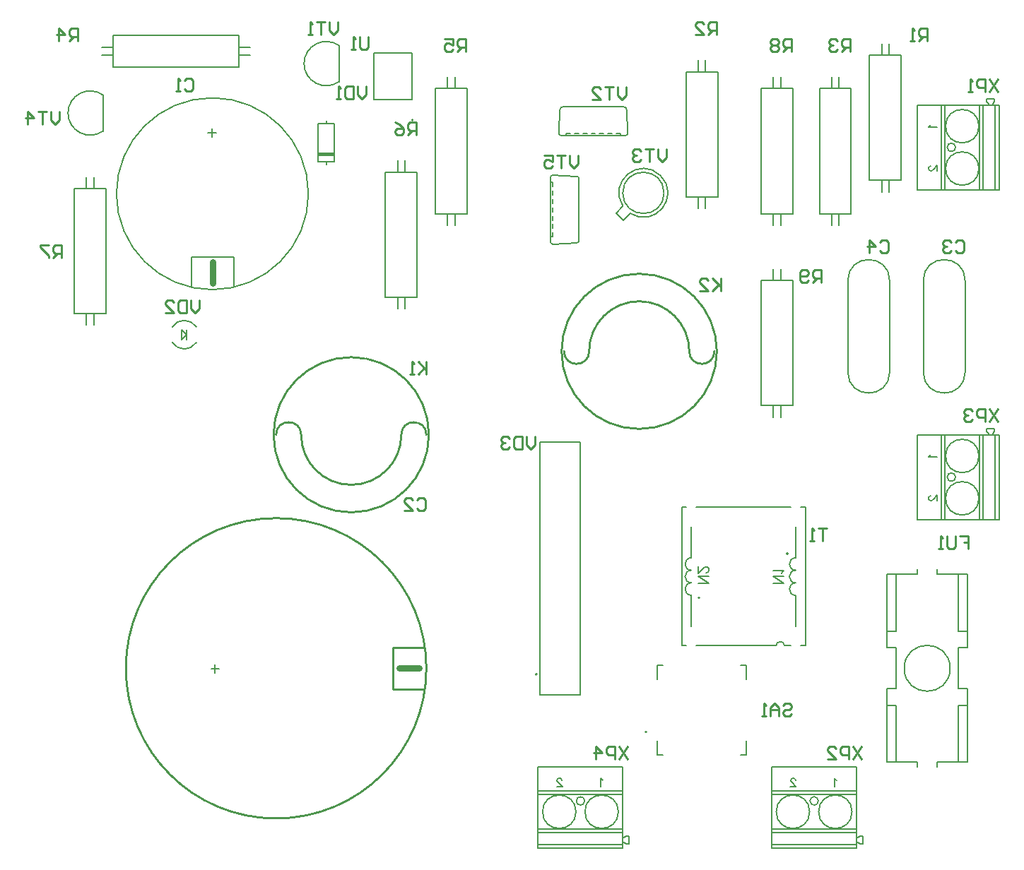
<source format=gto>
G04*
G04 #@! TF.GenerationSoftware,Altium Limited,Altium Designer,21.6.4 (81)*
G04*
G04 Layer_Color=65535*
%FSLAX44Y44*%
%MOMM*%
G71*
G04*
G04 #@! TF.SameCoordinates,0086CBAF-0D55-4FB9-886D-9C3AAF8982FA*
G04*
G04*
G04 #@! TF.FilePolarity,Positive*
G04*
G01*
G75*
%ADD10C,0.2540*%
%ADD11C,0.2000*%
%ADD12C,0.1270*%
%ADD13C,0.8000*%
%ADD14C,0.1500*%
D10*
X835000Y500000D02*
G03*
X805000Y500000I-15000J0D01*
G01*
X685000D02*
G03*
X655000Y500000I-15000J0D01*
G01*
X685000D02*
G03*
X805000Y500000I60000J0D01*
G01*
X651995D02*
G03*
X651995Y500000I93005J0D01*
G01*
X1000000Y600000D02*
G03*
X1030000Y600000I15000J0D01*
G01*
X1150000D02*
G03*
X1180000Y600000I15000J0D01*
G01*
X1150000D02*
G03*
X1030000Y600000I-60000J0D01*
G01*
X996995D02*
G03*
X996995Y600000I93005J0D01*
G01*
X475000Y220000D02*
G03*
X475000Y220000I180000J0D01*
G01*
X795000Y195000D02*
Y245000D01*
X832500Y195000D02*
X795000D01*
X832500Y245000D02*
X795000D01*
X823519Y421572D02*
X826059Y424111D01*
X831137D01*
X833676Y421572D01*
Y411415D01*
X831137Y408876D01*
X826059D01*
X823519Y411415D01*
X808284Y408876D02*
X818441D01*
X808284Y419033D01*
Y421572D01*
X810823Y424111D01*
X815902D01*
X818441Y421572D01*
X1187696Y687617D02*
Y672383D01*
Y677461D01*
X1177539Y687617D01*
X1185157Y680000D01*
X1177539Y672383D01*
X1162304D02*
X1172461D01*
X1162304Y682539D01*
Y685078D01*
X1164843Y687617D01*
X1169922D01*
X1172461Y685078D01*
X1076246Y125915D02*
X1066089Y110680D01*
Y125915D02*
X1076246Y110680D01*
X1061011D02*
Y125915D01*
X1053393D01*
X1050854Y123376D01*
Y118298D01*
X1053393Y115758D01*
X1061011D01*
X1038158Y110680D02*
Y125915D01*
X1045776Y118298D01*
X1035619D01*
X1519476Y531299D02*
X1509319Y516064D01*
Y531299D02*
X1519476Y516064D01*
X1504241D02*
Y531299D01*
X1496623D01*
X1494084Y528760D01*
Y523681D01*
X1496623Y521142D01*
X1504241D01*
X1489006Y528760D02*
X1486467Y531299D01*
X1481388D01*
X1478849Y528760D01*
Y526221D01*
X1481388Y523681D01*
X1483927D01*
X1481388D01*
X1478849Y521142D01*
Y518603D01*
X1481388Y516064D01*
X1486467D01*
X1489006Y518603D01*
X1356154Y125915D02*
X1345997Y110680D01*
Y125915D02*
X1356154Y110680D01*
X1340919D02*
Y125915D01*
X1333301D01*
X1330762Y123376D01*
Y118298D01*
X1333301Y115758D01*
X1340919D01*
X1315527Y110680D02*
X1325684D01*
X1315527Y120837D01*
Y123376D01*
X1318066Y125915D01*
X1323145D01*
X1325684Y123376D01*
X1519476Y926777D02*
X1509319Y911542D01*
Y926777D02*
X1519476Y911542D01*
X1504241D02*
Y926777D01*
X1496623D01*
X1494084Y924238D01*
Y919159D01*
X1496623Y916620D01*
X1504241D01*
X1489006Y911542D02*
X1483927D01*
X1486467D01*
Y926777D01*
X1489006Y924238D01*
X1016556Y835083D02*
Y824926D01*
X1011478Y819848D01*
X1006399Y824926D01*
Y835083D01*
X1001321D02*
X991164D01*
X996243D01*
Y819848D01*
X975929Y835083D02*
X986086D01*
Y827466D01*
X981008Y830005D01*
X978468D01*
X975929Y827466D01*
Y822387D01*
X978468Y819848D01*
X983547D01*
X986086Y822387D01*
X395313Y887617D02*
Y877461D01*
X390235Y872383D01*
X385157Y877461D01*
Y887617D01*
X380078D02*
X369922D01*
X375000D01*
Y872383D01*
X357226D02*
Y887617D01*
X364843Y880000D01*
X354687D01*
X1122728Y842957D02*
Y832800D01*
X1117650Y827722D01*
X1112571Y832800D01*
Y842957D01*
X1107493D02*
X1097336D01*
X1102415D01*
Y827722D01*
X1092258Y840418D02*
X1089719Y842957D01*
X1084640D01*
X1082101Y840418D01*
Y837879D01*
X1084640Y835340D01*
X1087179D01*
X1084640D01*
X1082101Y832800D01*
Y830261D01*
X1084640Y827722D01*
X1089719D01*
X1092258Y830261D01*
X1074722Y916871D02*
Y906714D01*
X1069644Y901636D01*
X1064565Y906714D01*
Y916871D01*
X1059487D02*
X1049330D01*
X1054409D01*
Y901636D01*
X1034095D02*
X1044252D01*
X1034095Y911793D01*
Y914332D01*
X1036634Y916871D01*
X1041713D01*
X1044252Y914332D01*
X728774Y995357D02*
Y985200D01*
X723696Y980122D01*
X718617Y985200D01*
Y995357D01*
X713539D02*
X703382D01*
X708461D01*
Y980122D01*
X698304D02*
X693225D01*
X695765D01*
Y995357D01*
X698304Y992818D01*
X965313Y497617D02*
Y487461D01*
X960235Y482383D01*
X955157Y487461D01*
Y497617D01*
X950078D02*
Y482383D01*
X942461D01*
X939922Y484922D01*
Y495078D01*
X942461Y497617D01*
X950078D01*
X934843Y495078D02*
X932304Y497617D01*
X927226D01*
X924687Y495078D01*
Y492539D01*
X927226Y490000D01*
X929765D01*
X927226D01*
X924687Y487461D01*
Y484922D01*
X927226Y482383D01*
X932304D01*
X934843Y484922D01*
X562658Y661093D02*
Y650936D01*
X557580Y645858D01*
X552501Y650936D01*
Y661093D01*
X547423D02*
Y645858D01*
X539805D01*
X537266Y648397D01*
Y658554D01*
X539805Y661093D01*
X547423D01*
X522031Y645858D02*
X532188D01*
X522031Y656015D01*
Y658554D01*
X524570Y661093D01*
X529649D01*
X532188Y658554D01*
X762774Y917617D02*
Y907461D01*
X757696Y902383D01*
X752617Y907461D01*
Y917617D01*
X747539D02*
Y902383D01*
X739922D01*
X737382Y904922D01*
Y915078D01*
X739922Y917617D01*
X747539D01*
X732304Y902383D02*
X727226D01*
X729765D01*
Y917617D01*
X732304Y915078D01*
X765157Y977617D02*
Y964922D01*
X762617Y962383D01*
X757539D01*
X755000Y964922D01*
Y977617D01*
X749922Y962383D02*
X744843D01*
X747382D01*
Y977617D01*
X749922Y975078D01*
X1315157Y387617D02*
X1305000D01*
X1310078D01*
Y372383D01*
X1299922D02*
X1294843D01*
X1297382D01*
Y387617D01*
X1299922Y385078D01*
X1262617Y175078D02*
X1265157Y177617D01*
X1270235D01*
X1272774Y175078D01*
Y172539D01*
X1270235Y170000D01*
X1265157D01*
X1262617Y167461D01*
Y164922D01*
X1265157Y162383D01*
X1270235D01*
X1272774Y164922D01*
X1257539Y162383D02*
Y172539D01*
X1252461Y177617D01*
X1247382Y172539D01*
Y162383D01*
Y170000D01*
X1257539D01*
X1242304Y162383D02*
X1237226D01*
X1239765D01*
Y177617D01*
X1242304Y175078D01*
X1307696Y682383D02*
Y697617D01*
X1300078D01*
X1297539Y695078D01*
Y690000D01*
X1300078Y687461D01*
X1307696D01*
X1302617D02*
X1297539Y682383D01*
X1292461Y684922D02*
X1289922Y682383D01*
X1284843D01*
X1282304Y684922D01*
Y695078D01*
X1284843Y697617D01*
X1289922D01*
X1292461Y695078D01*
Y692539D01*
X1289922Y690000D01*
X1282304D01*
X1272334Y959802D02*
Y975037D01*
X1264716D01*
X1262177Y972498D01*
Y967420D01*
X1264716Y964880D01*
X1272334D01*
X1267256D02*
X1262177Y959802D01*
X1257099Y972498D02*
X1254560Y975037D01*
X1249481D01*
X1246942Y972498D01*
Y969959D01*
X1249481Y967420D01*
X1246942Y964880D01*
Y962341D01*
X1249481Y959802D01*
X1254560D01*
X1257099Y962341D01*
Y964880D01*
X1254560Y967420D01*
X1257099Y969959D01*
Y972498D01*
X1254560Y967420D02*
X1249481D01*
X397696Y712383D02*
Y727617D01*
X390078D01*
X387539Y725078D01*
Y720000D01*
X390078Y717461D01*
X397696D01*
X392617D02*
X387539Y712383D01*
X382461Y727617D02*
X372304D01*
Y725078D01*
X382461Y714922D01*
Y712383D01*
X822500Y859726D02*
Y874961D01*
X814883D01*
X812343Y872422D01*
Y867344D01*
X814883Y864804D01*
X822500D01*
X817422D02*
X812343Y859726D01*
X797108Y874961D02*
X802187Y872422D01*
X807265Y867344D01*
Y862265D01*
X804726Y859726D01*
X799647D01*
X797108Y862265D01*
Y864804D01*
X799647Y867344D01*
X807265D01*
X882444Y959802D02*
Y975037D01*
X874827D01*
X872287Y972498D01*
Y967420D01*
X874827Y964880D01*
X882444D01*
X877366D02*
X872287Y959802D01*
X857052Y975037D02*
X867209D01*
Y967420D01*
X862131Y969959D01*
X859591D01*
X857052Y967420D01*
Y962341D01*
X859591Y959802D01*
X864670D01*
X867209Y962341D01*
X417696Y972383D02*
Y987617D01*
X410078D01*
X407539Y985078D01*
Y980000D01*
X410078Y977461D01*
X417696D01*
X412617D02*
X407539Y972383D01*
X394843D02*
Y987617D01*
X402461Y980000D01*
X392304D01*
X1342438Y959802D02*
Y975037D01*
X1334821D01*
X1332281Y972498D01*
Y967420D01*
X1334821Y964880D01*
X1342438D01*
X1337360D02*
X1332281Y959802D01*
X1327203Y972498D02*
X1324664Y975037D01*
X1319585D01*
X1317046Y972498D01*
Y969959D01*
X1319585Y967420D01*
X1322125D01*
X1319585D01*
X1317046Y964880D01*
Y962341D01*
X1319585Y959802D01*
X1324664D01*
X1327203Y962341D01*
X1182418Y979614D02*
Y994849D01*
X1174800D01*
X1172261Y992310D01*
Y987232D01*
X1174800Y984692D01*
X1182418D01*
X1177340D02*
X1172261Y979614D01*
X1157026D02*
X1167183D01*
X1157026Y989771D01*
Y992310D01*
X1159565Y994849D01*
X1164644D01*
X1167183Y992310D01*
X1435157Y972383D02*
Y987617D01*
X1427539D01*
X1425000Y985078D01*
Y980000D01*
X1427539Y977461D01*
X1435157D01*
X1430078D02*
X1425000Y972383D01*
X1419922D02*
X1414843D01*
X1417382D01*
Y987617D01*
X1419922Y985078D01*
X835157Y587617D02*
Y572383D01*
Y577461D01*
X825000Y587617D01*
X832617Y580000D01*
X825000Y572383D01*
X819922D02*
X814843D01*
X817382D01*
Y587617D01*
X819922Y585078D01*
X1474267Y378899D02*
X1484424D01*
Y371282D01*
X1479346D01*
X1484424D01*
Y363664D01*
X1469189Y378899D02*
Y366203D01*
X1466650Y363664D01*
X1461571D01*
X1459032Y366203D01*
Y378899D01*
X1453954Y363664D02*
X1448875D01*
X1451415D01*
Y378899D01*
X1453954Y376360D01*
X1378255Y731198D02*
X1380795Y733737D01*
X1385873D01*
X1388412Y731198D01*
Y721041D01*
X1385873Y718502D01*
X1380795D01*
X1378255Y721041D01*
X1365559Y718502D02*
Y733737D01*
X1373177Y726120D01*
X1363020D01*
X1468679Y731198D02*
X1471219Y733737D01*
X1476297D01*
X1478836Y731198D01*
Y721041D01*
X1476297Y718502D01*
X1471219D01*
X1468679Y721041D01*
X1463601Y731198D02*
X1461062Y733737D01*
X1455983D01*
X1453444Y731198D01*
Y728659D01*
X1455983Y726120D01*
X1458523D01*
X1455983D01*
X1453444Y723580D01*
Y721041D01*
X1455983Y718502D01*
X1461062D01*
X1463601Y721041D01*
X545000Y925078D02*
X547539Y927617D01*
X552617D01*
X555157Y925078D01*
Y914922D01*
X552617Y912383D01*
X547539D01*
X545000Y914922D01*
X539922Y912383D02*
X534843D01*
X537382D01*
Y927617D01*
X539922Y925078D01*
D11*
X965500Y213000D02*
G03*
X965500Y213000I1000J0D01*
G01*
X1160500Y304750D02*
G03*
X1160500Y304750I1000J0D01*
G01*
X1152500Y352500D02*
G03*
X1152500Y337500I0J-7500D01*
G01*
Y322500D02*
G03*
X1152500Y307500I0J-7500D01*
G01*
Y337500D02*
G03*
X1152500Y322500I0J-7500D01*
G01*
X1277500Y337500D02*
G03*
X1277500Y322500I0J-7500D01*
G01*
X1264000Y247000D02*
G03*
X1254000Y247000I-5000J0D01*
G01*
X1277500Y322500D02*
G03*
X1277500Y307500I0J-7500D01*
G01*
Y352500D02*
G03*
X1277500Y337500I0J-7500D01*
G01*
X1266500Y357500D02*
G03*
X1266500Y357500I1000J0D01*
G01*
X447404Y907442D02*
G03*
X447404Y864027I-15200J-21707D01*
G01*
X463674Y788989D02*
G03*
X463674Y788989I115000J0D01*
G01*
X1097000Y143700D02*
G03*
X1097000Y143700I1000J0D01*
G01*
X1407500Y220000D02*
G03*
X1407500Y220000I27500J0D01*
G01*
X1254200Y48000D02*
G03*
X1254200Y48000I20000J0D01*
G01*
X1305000D02*
G03*
X1305000Y48000I20000J0D01*
G01*
X1294600Y61000D02*
G03*
X1294600Y61000I5000J0D01*
G01*
X974200Y48000D02*
G03*
X974200Y48000I20000J0D01*
G01*
X1025000D02*
G03*
X1025000Y48000I20000J0D01*
G01*
X1014600Y61000D02*
G03*
X1014600Y61000I5000J0D01*
G01*
X730200Y966708D02*
G03*
X730200Y923292I-15200J-21707D01*
G01*
X559383Y629341D02*
G03*
X530617Y629341I-14383J-9341D01*
G01*
Y610659D02*
G03*
X559383Y610659I14383J9341D01*
G01*
X1074841Y890157D02*
G03*
X1071845Y893000I-2996J-157D01*
G01*
X1073339Y858500D02*
G03*
X1076335Y861657I0J3000D01*
G01*
X993665D02*
G03*
X996661Y858500I2996J-157D01*
G01*
X998155Y893000D02*
G03*
X995159Y890157I0J-3000D01*
G01*
X1070299Y789999D02*
G03*
X1070299Y789999I24700J0D01*
G01*
X1079071Y765527D02*
G03*
X1070527Y774071I15929J24473D01*
G01*
X1015157Y730159D02*
G03*
X1018000Y733155I-157J2996D01*
G01*
X983500Y731661D02*
G03*
X986657Y728665I3000J0D01*
G01*
Y811335D02*
G03*
X983500Y808339I-157J-2996D01*
G01*
X1018000Y806845D02*
G03*
X1015157Y809841I-3000J0D01*
G01*
X1459000Y844600D02*
G03*
X1459000Y844600I5000J0D01*
G01*
X1457000Y870000D02*
G03*
X1457000Y870000I20000J0D01*
G01*
Y819200D02*
G03*
X1457000Y819200I20000J0D01*
G01*
X1340000Y575000D02*
G03*
X1390000Y575000I25000J0D01*
G01*
Y685000D02*
G03*
X1340000Y685000I-25000J0D01*
G01*
X1430422Y575000D02*
G03*
X1480422Y575000I25000J0D01*
G01*
Y685000D02*
G03*
X1430422Y685000I-25000J0D01*
G01*
X1459000Y449200D02*
G03*
X1459000Y449200I5000J0D01*
G01*
X1457000Y474600D02*
G03*
X1457000Y474600I20000J0D01*
G01*
Y423800D02*
G03*
X1457000Y423800I20000J0D01*
G01*
X1152500Y270000D02*
Y307500D01*
Y352500D02*
Y390000D01*
X1277500Y352500D02*
Y390000D01*
Y270000D02*
Y307500D01*
X1271500Y247000D02*
X1264000D01*
X1254000D02*
X1158500D01*
X1289000D02*
X1283500D01*
X1146500D02*
X1141000D01*
X1271500Y413000D02*
X1158500D01*
X1146500D02*
X1141000D01*
X1289000D02*
X1283500D01*
X1289000Y247000D02*
Y413000D01*
X1141000Y247000D02*
Y413000D01*
X1250500Y521128D02*
Y535000D01*
X1259500Y521128D02*
Y535000D01*
Y685000D02*
Y698872D01*
X1250500Y685000D02*
Y698872D01*
X1274000Y535000D02*
Y685000D01*
X1236000D01*
Y535000D02*
Y685000D01*
X1274000Y535000D02*
X1236000D01*
X1389500Y955000D02*
Y968872D01*
X1380500Y955000D02*
Y968872D01*
Y791128D02*
Y805000D01*
X1389500Y791128D02*
Y805000D01*
X1366000Y805000D02*
Y955000D01*
X1404000Y805000D02*
X1366000D01*
X1404000D02*
Y955000D01*
X1366000D01*
X623872Y955500D02*
X610000D01*
X623872Y964500D02*
X610000D01*
X460000D02*
X446128D01*
X460000Y955500D02*
X446128D01*
X610000Y979000D02*
X460000D01*
Y941000D02*
Y979000D01*
X610000Y941000D02*
X460000D01*
X610000D02*
Y979000D01*
X427704Y631396D02*
Y645268D01*
X436704Y631396D02*
Y645268D01*
Y795269D02*
Y809141D01*
X427704Y795269D02*
Y809141D01*
X451204Y645268D02*
Y795269D01*
X413204D01*
Y645268D02*
Y795269D01*
X451204Y645268D02*
X413204D01*
X447404Y864025D02*
Y907445D01*
X604074Y713239D02*
X553274D01*
X604074Y677679D02*
Y713239D01*
X553274Y677679D02*
Y713239D01*
X578174Y856989D02*
Y866989D01*
X583174Y861989D02*
X573174D01*
X818000Y902000D02*
Y958000D01*
X817900D02*
X772100D01*
Y902000D02*
Y958000D01*
X817900Y902000D02*
X772100D01*
X1423000Y101500D02*
Y107500D01*
X1387000D01*
X1447000Y101500D02*
Y107500D01*
X1483000D02*
X1447000D01*
X1398000Y195500D02*
X1387000D01*
X1398000Y175500D02*
X1387000D01*
X1483000Y195500D02*
X1472000D01*
X1483000Y175500D02*
X1472000D01*
X1398000Y244500D02*
X1387000D01*
X1398000Y264500D02*
X1387000D01*
X1483000Y244500D02*
X1472000D01*
X1483000Y264500D02*
X1472000D01*
X1398000Y332500D02*
X1387000D01*
X1423000D02*
Y338500D01*
Y332500D02*
X1387000D01*
X1447000D02*
Y338500D01*
X1483000Y332500D02*
X1447000D01*
X1398000Y195500D02*
Y244500D01*
X1387000Y107500D02*
Y195500D01*
X1398000Y107500D02*
Y175500D01*
X1472000Y195500D02*
Y244500D01*
X1483000Y107500D02*
Y195500D01*
X1472000Y107500D02*
Y175500D01*
X1398000Y264500D02*
Y332500D01*
X1472000Y264500D02*
Y332500D01*
X1387000Y244500D02*
Y332500D01*
X1483000Y244500D02*
Y332500D01*
X1350400Y23276D02*
X1248800D01*
X1350400Y72898D02*
X1248800D01*
X1350400Y27171D02*
X1248800D01*
X1350400Y69094D02*
X1248800D01*
X1350400Y9000D02*
X1248800D01*
X1352073Y11309D02*
X1350400D01*
X1354391Y9359D02*
X1352073Y11309D01*
X1357810Y9359D02*
X1354391D01*
X1357810D02*
Y18641D01*
X1354391D01*
X1352073Y16691D01*
X1350400D01*
Y4000D02*
Y102000D01*
Y4000D02*
X1248800D01*
Y102000D01*
X1350400D02*
X1248800D01*
X1070400Y23276D02*
X968800D01*
X1070400Y72898D02*
X968800D01*
X1070400Y27171D02*
X968800D01*
X1070400Y69094D02*
X968800D01*
X1070400Y9000D02*
X968800D01*
X1072073Y11309D02*
X1070400D01*
X1074391Y9359D02*
X1072073Y11309D01*
X1077810Y9359D02*
X1074391D01*
X1077810D02*
Y18641D01*
X1074391D01*
X1072073Y16691D01*
X1070400D01*
Y4000D02*
Y102000D01*
Y4000D02*
X968800D01*
Y102000D01*
X1070400D02*
X968800D01*
X587000Y219500D02*
X577000D01*
X582000Y214500D02*
Y224500D01*
X724990Y837460D02*
X705000D01*
X724990Y836970D02*
X705000D01*
X724990Y836480D02*
X705000D01*
X724990Y835990D02*
X705000D01*
X724990Y835500D02*
X705000D01*
X725000Y827020D02*
X705000D01*
X715000Y874000D02*
Y876500D01*
Y824000D02*
Y826500D01*
X725000Y873000D02*
X705000D01*
Y827020D02*
Y873000D01*
X725000Y827020D02*
Y873000D01*
X724990Y835010D02*
X705000D01*
X730200Y923290D02*
Y966710D01*
X548000Y620000D02*
X542000Y614000D01*
X548000Y620000D02*
X542000Y626000D01*
Y614000D02*
Y626000D01*
X548000Y614000D02*
Y626000D01*
X1184000Y785000D02*
X1146000D01*
Y935000D01*
X1184000D02*
X1146000D01*
X1184000Y785000D02*
Y935000D01*
X1160500Y935000D02*
Y948872D01*
X1169500Y935000D02*
Y948872D01*
Y771128D02*
Y785000D01*
X1160500Y771128D02*
Y785000D01*
X1344000Y765000D02*
X1306000D01*
Y915000D01*
X1344000D02*
X1306000D01*
X1344000Y765000D02*
Y915000D01*
X1320500Y915000D02*
Y928872D01*
X1329500Y915000D02*
Y928872D01*
Y751128D02*
Y765000D01*
X1320500Y751128D02*
Y765000D01*
X1007500Y861500D02*
X1002500D01*
X1067500D02*
X1062500D01*
X1002500Y858500D02*
Y861500D01*
X1017500D02*
X1012500D01*
X1027500D02*
X1022500D01*
X1057500D02*
X1052500D01*
X1047500D02*
X1042500D01*
X1037500D02*
X1032500D01*
X1067500Y858500D02*
Y861500D01*
X1076335Y861657D02*
X1074841Y890157D01*
X1071845Y893000D02*
X998155D01*
X995159Y890157D02*
X993665Y861657D01*
X1073339Y858500D02*
X996661D01*
X884000Y915000D02*
X846000D01*
X884000Y765000D02*
Y915000D01*
Y765000D02*
X846000D01*
Y915000D01*
X869500Y751128D02*
Y765000D01*
X860500Y751128D02*
Y765000D01*
Y915000D02*
Y928872D01*
X869500Y915000D02*
Y928872D01*
X824000Y815000D02*
X786000D01*
X824000Y665000D02*
Y815000D01*
Y665000D02*
X786000D01*
Y815000D01*
X809500Y651128D02*
Y665000D01*
X800500Y651128D02*
Y665000D01*
Y815000D02*
Y828872D01*
X809500Y815000D02*
Y828872D01*
X1079071Y765527D02*
X1070724Y757180D01*
X1062180Y765724D01*
X1070527Y774071D02*
X1062180Y765724D01*
X986500Y797500D02*
Y802500D01*
Y737500D02*
Y742500D01*
Y802500D02*
X983500D01*
X986500Y787500D02*
Y792500D01*
Y777500D02*
Y782500D01*
Y747500D02*
Y752500D01*
Y757500D02*
Y762500D01*
Y767500D02*
Y772500D01*
Y737500D02*
X983500D01*
X1015157Y730159D02*
X986657Y728665D01*
X1018000Y733155D02*
Y806845D01*
X1015157Y809841D02*
X986657Y811335D01*
X983500Y731661D02*
Y808339D01*
X1274000Y915000D02*
X1236000D01*
X1274000Y765000D02*
Y915000D01*
Y765000D02*
X1236000D01*
Y915000D01*
X1259500Y751128D02*
Y765000D01*
X1250500Y751128D02*
Y765000D01*
Y915000D02*
Y928872D01*
X1259500Y915000D02*
Y928872D01*
X1423000Y793800D02*
Y895400D01*
X1521000Y793800D02*
X1423000D01*
X1521000D02*
Y895400D01*
X1423000D01*
X1508309D02*
Y897073D01*
X1506360Y899391D01*
Y902810D01*
X1515641D02*
X1506360D01*
X1515641Y899391D02*
Y902810D01*
Y899391D02*
X1513691Y897073D01*
Y895400D02*
Y897073D01*
X1516000Y793800D02*
Y895400D01*
X1455906Y793800D02*
Y895400D01*
X1497829Y793800D02*
Y895400D01*
X1452102Y793800D02*
Y895400D01*
X1501724Y793800D02*
Y895400D01*
X1390000Y575000D02*
Y685000D01*
X1340000Y575000D02*
Y685000D01*
X1480422Y575000D02*
Y685000D01*
X1430422Y575000D02*
Y685000D01*
X1423000Y398400D02*
Y500000D01*
X1521000Y398400D02*
X1423000D01*
X1521000D02*
Y500000D01*
X1423000D01*
X1508309D02*
Y501673D01*
X1506360Y503991D01*
Y507410D01*
X1515641D02*
X1506360D01*
X1515641Y503991D02*
Y507410D01*
Y503991D02*
X1513691Y501673D01*
Y500000D02*
Y501673D01*
X1516000Y398400D02*
Y500000D01*
X1455906Y398400D02*
Y500000D01*
X1497829Y398400D02*
Y500000D01*
X1452102Y398400D02*
Y500000D01*
X1501724Y398400D02*
Y500000D01*
D12*
X817300Y877270D02*
G03*
X817300Y877270I1000J0D01*
G01*
X1019000Y188500D02*
X971000D01*
Y491500D01*
X1019000D02*
X971000D01*
X1019000Y188500D02*
Y491500D01*
X1218500Y223500D02*
X1211500D01*
X1218500Y207000D02*
Y223500D01*
X1111500Y207000D02*
Y223500D01*
X1118500D02*
X1111500D01*
X1218500Y116500D02*
X1211500D01*
X1218500D02*
Y133000D01*
X1111500Y116500D02*
Y133000D01*
X1118500Y116500D02*
X1111500D01*
X1173197Y321929D02*
X1160500D01*
X1173197D02*
X1160500Y330394D01*
X1173197D02*
X1160500D01*
X1170174Y334505D02*
X1170779D01*
X1171988Y335110D01*
X1172593Y335715D01*
X1173197Y336924D01*
Y339342D01*
X1172593Y340552D01*
X1171988Y341156D01*
X1170779Y341761D01*
X1169569D01*
X1168360Y341156D01*
X1166546Y339947D01*
X1160500Y333901D01*
Y342366D01*
X1263197Y321929D02*
X1250500D01*
X1263197D02*
X1250500Y330394D01*
X1263197D02*
X1250500D01*
X1260779Y333901D02*
X1261383Y335110D01*
X1263197Y336924D01*
X1250500D01*
D13*
X578674Y681489D02*
Y706889D01*
X826590Y220000D02*
X802250D01*
D14*
X1326270Y86094D02*
X1325318Y86570D01*
X1323889Y87998D01*
Y78000D01*
X1277280Y85617D02*
Y86094D01*
X1276804Y87046D01*
X1276328Y87522D01*
X1275376Y87998D01*
X1273471D01*
X1272519Y87522D01*
X1272043Y87046D01*
X1271567Y86094D01*
Y85141D01*
X1272043Y84189D01*
X1272995Y82761D01*
X1277756Y78000D01*
X1271091D01*
X1046270Y86094D02*
X1045318Y86570D01*
X1043889Y87998D01*
Y78000D01*
X997280Y85617D02*
Y86094D01*
X996804Y87046D01*
X996328Y87522D01*
X995376Y87998D01*
X993471D01*
X992519Y87522D01*
X992043Y87046D01*
X991567Y86094D01*
Y85141D01*
X992043Y84189D01*
X992995Y82761D01*
X997756Y78000D01*
X991091D01*
X1439383Y822280D02*
X1438907D01*
X1437954Y821804D01*
X1437478Y821328D01*
X1437002Y820376D01*
Y818471D01*
X1437478Y817519D01*
X1437954Y817043D01*
X1438907Y816567D01*
X1439859D01*
X1440811Y817043D01*
X1442239Y817995D01*
X1447000Y822756D01*
Y816091D01*
X1438907Y871270D02*
X1438430Y870318D01*
X1437002Y868889D01*
X1447000D01*
X1439383Y426880D02*
X1438907D01*
X1437954Y426404D01*
X1437478Y425928D01*
X1437002Y424976D01*
Y423071D01*
X1437478Y422119D01*
X1437954Y421643D01*
X1438907Y421167D01*
X1439859D01*
X1440811Y421643D01*
X1442239Y422595D01*
X1447000Y427356D01*
Y420691D01*
X1438907Y475870D02*
X1438430Y474918D01*
X1437002Y473489D01*
X1447000D01*
M02*

</source>
